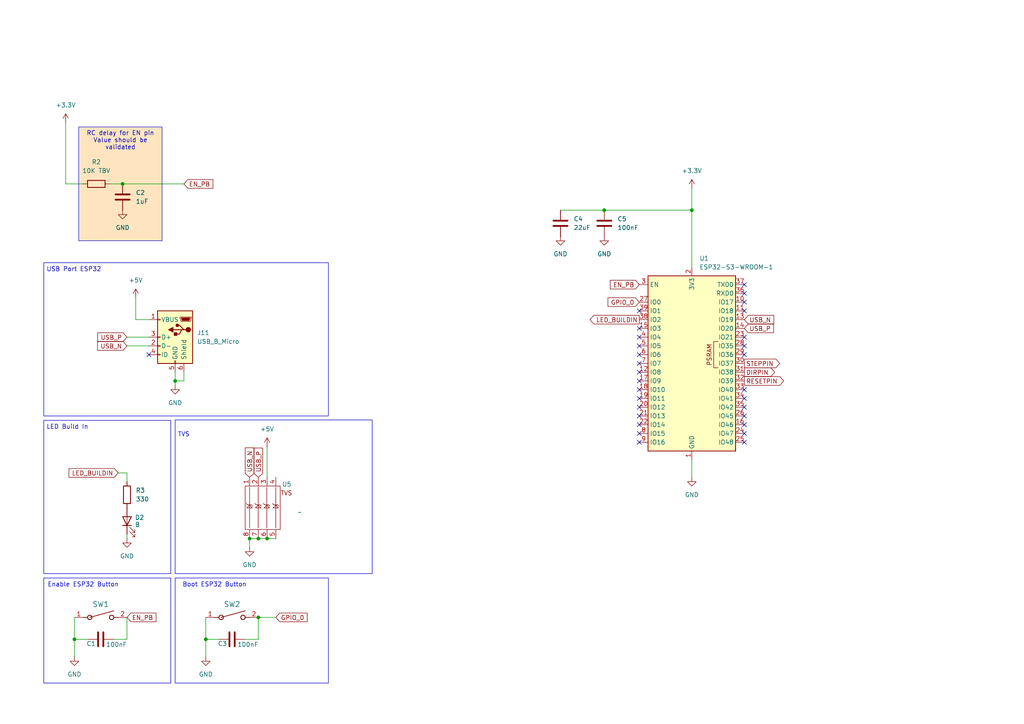
<source format=kicad_sch>
(kicad_sch (version 20231120) (generator "eeschema") (generator_version "8.0")
  (paper "A4")
  (lib_symbols
    (symbol "Connector:USB_B_Micro" (pin_names (offset 1.016))
      (property "Reference" "J" (at -5.08 11.43 0))
      (property "Value" "USB_B_Micro" (at -5.08 8.89 0))
      (symbol "USB_B_Micro_0_1"
        (rectangle (start -5.08 -7.62) (end 5.08 7.62) (stroke (width 0.254)) (fill (type background)))
        (circle (center -3.81 2.159) (radius 0.635) (stroke (width 0.254)) (fill (type outline)))
        (circle (center -0.635 3.429) (radius 0.381) (stroke (width 0.254)) (fill (type outline)))
        (rectangle (start -0.127 -7.62) (end 0.127 -6.858))
        (polyline (pts (xy -1.905 2.159) (xy 0.635 2.159)) (stroke (width 0.254)))
        (polyline (pts (xy -3.175 2.159) (xy -2.54 2.159) (xy -1.27 3.429) (xy -0.635 3.429)) (stroke (width 0.254)))
        (polyline (pts (xy -2.54 2.159) (xy -1.905 2.159) (xy -1.27 0.889) (xy 0 0.889)) (stroke (width 0.254)))
        (polyline (pts (xy 0.635 2.794) (xy 0.635 1.524) (xy 1.905 2.159) (xy 0.635 2.794)) (stroke (width 0.254)) (fill (type outline)))
        (polyline (pts (xy -4.318 5.588) (xy -1.778 5.588) (xy -2.032 4.826) (xy -4.064 4.826) (xy -4.318 5.588)) (fill (type outline)))
        (polyline (pts (xy -4.699 5.842) (xy -4.699 5.588) (xy -4.445 4.826) (xy -4.445 4.572) (xy -1.651 4.572) (xy -1.651 4.826) (xy -1.397 5.588) (xy -1.397 5.842) (xy -4.699 5.842)))
        (rectangle (start 0.254 1.27) (end -0.508 0.508) (stroke (width 0.254)) (fill (type outline)))
        (rectangle (start 5.08 -5.207) (end 4.318 -4.953))
        (rectangle (start 5.08 -2.667) (end 4.318 -2.413))
        (rectangle (start 5.08 -0.127) (end 4.318 0.127))
        (rectangle (start 5.08 4.953) (end 4.318 5.207))
      )
      (symbol "USB_B_Micro_1_1"
        (pin power_out line (at 7.62 5.08 180) (length 2.54) (name "VBUS") (number "1"))
        (pin bidirectional line (at 7.62 -2.54 180) (length 2.54) (name "D-") (number "2"))
        (pin bidirectional line (at 7.62 0 180) (length 2.54) (name "D+") (number "3"))
        (pin passive line (at 7.62 -5.08 180) (length 2.54) (name "ID") (number "4"))
        (pin power_out line (at 0 -10.16 90) (length 2.54) (name "GND") (number "5"))
        (pin passive line (at -2.54 -10.16 90) (length 2.54) (name "Shield") (number "6"))
      )
    )
    (symbol "Device:C" (pin_numbers hide) (pin_names (offset 0.254))
      (property "Reference" "C" (at 0.635 2.54 0))
      (property "Value" "C" (at 0.635 -2.54 0))
      (symbol "C_0_1"
        (polyline (pts (xy -2.032 -0.762) (xy 2.032 -0.762)) (stroke (width 0.508)))
        (polyline (pts (xy -2.032 0.762) (xy 2.032 0.762)) (stroke (width 0.508)))
      )
      (symbol "C_1_1"
        (pin passive line (at 0 3.81 270) (length 2.794) (name "~") (number "1"))
        (pin passive line (at 0 -3.81 90) (length 2.794) (name "~") (number "2"))
      )
    )
    (symbol "Device:LED" (pin_numbers hide) (pin_names (offset 1.016) hide)
      (property "Reference" "D" (at 0 2.54 0))
      (property "Value" "LED" (at 0 -2.54 0))
      (symbol "LED_0_1"
        (polyline (pts (xy -1.27 -1.27) (xy -1.27 1.27)) (stroke (width 0.254)))
        (polyline (pts (xy -1.27 0) (xy 1.27 0)))
        (polyline (pts (xy 1.27 -1.27) (xy 1.27 1.27) (xy -1.27 0) (xy 1.27 -1.27)) (stroke (width 0.254)))
        (polyline (pts (xy -3.048 -0.762) (xy -4.572 -2.286) (xy -3.81 -2.286) (xy -4.572 -2.286) (xy -4.572 -1.524)))
        (polyline (pts (xy -1.778 -0.762) (xy -3.302 -2.286) (xy -2.54 -2.286) (xy -3.302 -2.286) (xy -3.302 -1.524)))
      )
      (symbol "LED_1_1"
        (pin passive line (at -3.81 0 0) (length 2.54) (name "K") (number "1"))
        (pin passive line (at 3.81 0 180) (length 2.54) (name "A") (number "2"))
      )
    )
    (symbol "Device:R" (pin_numbers hide) (pin_names (offset 0))
      (property "Reference" "R" (at 2.032 0 90))
      (property "Value" "R" (at 0 0 90))
      (symbol "R_0_1"
        (rectangle (start -1.016 -2.54) (end 1.016 2.54) (stroke (width 0.254)))
      )
      (symbol "R_1_1"
        (pin passive line (at 0 3.81 270) (length 1.27) (name "~") (number "1"))
        (pin passive line (at 0 -3.81 90) (length 1.27) (name "~") (number "2"))
      )
    )
    (symbol "New_Library:TVS"
      (property "Reference" "U" (at 1.27 0 0))
      (symbol "TVS_0_1"
        (rectangle (start -10.17 0) (end -0.01 -12.61))
      )
      (symbol "TVS_1_1"
        (polyline (pts (xy -8.89 -0.34) (xy -8.89 -12.14)))
        (polyline (pts (xy -6.39 -0.34) (xy -6.39 -12.14)))
        (polyline (pts (xy -3.89 -0.34) (xy -3.89 -12.14)))
        (polyline (pts (xy -1.29 -0.34) (xy -1.29 -12.14)))
        (polyline (pts (xy -9.89 -5.04) (xy -9.49 -5.44) (xy -8.39 -5.44) (xy -7.99 -5.84)))
        (polyline (pts (xy -9.69 -6.34) (xy -8.09 -6.34) (xy -8.89 -5.54) (xy -9.69 -6.34)))
        (polyline (pts (xy -7.39 -5.04) (xy -6.99 -5.44) (xy -5.89 -5.44) (xy -5.49 -5.84)))
        (polyline (pts (xy -7.19 -6.34) (xy -5.59 -6.34) (xy -6.39 -5.54) (xy -7.19 -6.34)))
        (polyline (pts (xy -4.89 -5.04) (xy -4.49 -5.44) (xy -3.39 -5.44) (xy -2.99 -5.84)))
        (polyline (pts (xy -4.69 -6.34) (xy -3.09 -6.34) (xy -3.89 -5.54) (xy -4.69 -6.34)))
        (polyline (pts (xy -2.29 -5.04) (xy -1.89 -5.44) (xy -0.79 -5.44) (xy -0.39 -5.84)))
        (polyline (pts (xy -2.09 -6.34) (xy -0.49 -6.34) (xy -1.29 -5.54) (xy -2.09 -6.34)))
        (text "TVS\n" (at 1.778 -2.032 0) (effects (font (size 1.27 1.27))))
        (pin unspecified line (at -8.89 2.54 270) (length 2.54) (name "") (number "1"))
        (pin unspecified line (at -6.35 2.54 270) (length 2.54) (name "") (number "2"))
        (pin unspecified line (at -3.81 2.54 270) (length 2.54) (name "") (number "3"))
        (pin unspecified line (at -1.27 2.54 270) (length 2.54) (name "") (number "4"))
        (pin unspecified line (at -1.27 -15.24 90) (length 2.54) (name "") (number "5"))
        (pin unspecified line (at -3.81 -15.24 90) (length 2.54) (name "") (number "6"))
        (pin unspecified line (at -6.35 -15.24 90) (length 2.54) (name "") (number "7"))
        (pin unspecified line (at -8.89 -15.24 90) (length 2.54) (name "") (number "8"))
      )
    )
    (symbol "RF_Module:ESP32-S3-WROOM-1"
      (property "Reference" "U" (at -12.7 26.67 0))
      (property "Value" "ESP32-S3-WROOM-1" (at 12.7 26.67 0))
      (symbol "ESP32-S3-WROOM-1_0_0"
        (rectangle (start -12.7 25.4) (end 12.7 -25.4) (stroke (width 0.254)) (fill (type background)))
        (text "PSRAM" (at 5.08 2.54 900) (effects (font (size 1.27 1.27))))
      )
      (symbol "ESP32-S3-WROOM-1_0_1"
        (polyline (pts (xy 7.62 -1.27) (xy 6.35 -1.27) (xy 6.35 6.35) (xy 7.62 6.35)))
      )
      (symbol "ESP32-S3-WROOM-1_1_1"
        (pin power_in line (at 0 -27.94 90) (length 2.54) (name "GND") (number "1"))
        (pin bidirectional line (at 15.24 17.78 180) (length 2.54) (name "IO17") (number "10"))
        (pin bidirectional line (at 15.24 15.24 180) (length 2.54) (name "IO18") (number "11"))
        (pin bidirectional line (at -15.24 -2.54 0) (length 2.54) (name "IO8") (number "12"))
        (pin bidirectional line (at 15.24 12.7 180) (length 2.54) (name "IO19") (number "13"))
        (pin bidirectional line (at 15.24 10.16 180) (length 2.54) (name "IO20") (number "14"))
        (pin bidirectional line (at -15.24 10.16 0) (length 2.54) (name "IO3") (number "15"))
        (pin bidirectional line (at 15.24 -17.78 180) (length 2.54) (name "IO46") (number "16"))
        (pin bidirectional line (at -15.24 -5.08 0) (length 2.54) (name "IO9") (number "17"))
        (pin bidirectional line (at -15.24 -7.62 0) (length 2.54) (name "IO10") (number "18"))
        (pin bidirectional line (at -15.24 -10.16 0) (length 2.54) (name "IO11") (number "19"))
        (pin power_in line (at 0 27.94 270) (length 2.54) (name "3V3") (number "2"))
        (pin bidirectional line (at -15.24 -12.7 0) (length 2.54) (name "IO12") (number "20"))
        (pin bidirectional line (at -15.24 -15.24 0) (length 2.54) (name "IO13") (number "21"))
        (pin bidirectional line (at -15.24 -17.78 0) (length 2.54) (name "IO14") (number "22"))
        (pin bidirectional line (at 15.24 7.62 180) (length 2.54) (name "IO21") (number "23"))
        (pin bidirectional line (at 15.24 -20.32 180) (length 2.54) (name "IO47") (number "24"))
        (pin bidirectional line (at 15.24 -22.86 180) (length 2.54) (name "IO48") (number "25"))
        (pin bidirectional line (at 15.24 -15.24 180) (length 2.54) (name "IO45") (number "26"))
        (pin bidirectional line (at -15.24 17.78 0) (length 2.54) (name "IO0") (number "27"))
        (pin bidirectional line (at 15.24 5.08 180) (length 2.54) (name "IO35") (number "28"))
        (pin bidirectional line (at 15.24 2.54 180) (length 2.54) (name "IO36") (number "29"))
        (pin input line (at -15.24 22.86 0) (length 2.54) (name "EN") (number "3"))
        (pin bidirectional line (at 15.24 0 180) (length 2.54) (name "IO37") (number "30"))
        (pin bidirectional line (at 15.24 -2.54 180) (length 2.54) (name "IO38") (number "31"))
        (pin bidirectional line (at 15.24 -5.08 180) (length 2.54) (name "IO39") (number "32"))
        (pin bidirectional line (at 15.24 -7.62 180) (length 2.54) (name "IO40") (number "33"))
        (pin bidirectional line (at 15.24 -10.16 180) (length 2.54) (name "IO41") (number "34"))
        (pin bidirectional line (at 15.24 -12.7 180) (length 2.54) (name "IO42") (number "35"))
        (pin bidirectional line (at 15.24 20.32 180) (length 2.54) (name "RXD0") (number "36"))
        (pin bidirectional line (at 15.24 22.86 180) (length 2.54) (name "TXD0") (number "37"))
        (pin bidirectional line (at -15.24 12.7 0) (length 2.54) (name "IO2") (number "38"))
        (pin bidirectional line (at -15.24 15.24 0) (length 2.54) (name "IO1") (number "39"))
        (pin bidirectional line (at -15.24 7.62 0) (length 2.54) (name "IO4") (number "4"))
        (pin passive line (at 0 -27.94 90) (length 2.54) hide (name "GND") (number "40"))
        (pin passive line (at 0 -27.94 90) (length 2.54) hide (name "GND") (number "41"))
        (pin bidirectional line (at -15.24 5.08 0) (length 2.54) (name "IO5") (number "5"))
        (pin bidirectional line (at -15.24 2.54 0) (length 2.54) (name "IO6") (number "6"))
        (pin bidirectional line (at -15.24 0 0) (length 2.54) (name "IO7") (number "7"))
        (pin bidirectional line (at -15.24 -20.32 0) (length 2.54) (name "IO15") (number "8"))
        (pin bidirectional line (at -15.24 -22.86 0) (length 2.54) (name "IO16") (number "9"))
      )
    )
    (symbol "TS09_63_25_WT_160_SMT_TR:TS09-63-25-WT-160-SMT-TR" (pin_names (offset 0.254))
      (property "Reference" "SW" (at 7.62 3.81 0))
      (symbol "TS09-63-25-WT-160-SMT-TR_0_1"
        (polyline (pts (xy 2.54 0) (xy 3.81 0)) (stroke (width 0.2032)))
        (polyline (pts (xy 4.445 0) (xy 11.43 1.905)) (stroke (width 0.2032)))
        (polyline (pts (xy 12.7 0) (xy 11.43 0)) (stroke (width 0.2032)))
        (circle (center 4.445 0) (radius 0.635) (stroke (width 0.254)))
        (circle (center 10.795 0) (radius 0.635) (stroke (width 0.254)))
      )
      (symbol "TS09-63-25-WT-160-SMT-TR_1_1"
        (pin unspecified line (at 0 0 0) (length 2.54) (name "") (number "1"))
        (pin unspecified line (at 15.24 0 180) (length 2.54) (name "") (number "2"))
      )
    )
    (symbol "power:+3.3V" (power) (pin_numbers hide) (pin_names (offset 0) hide)
      (property "Value" "+3.3V" (at 0 3.556 0))
      (symbol "+3.3V_0_1"
        (polyline (pts (xy -0.762 1.27) (xy 0 2.54)))
        (polyline (pts (xy 0 0) (xy 0 2.54)))
        (polyline (pts (xy 0 2.54) (xy 0.762 1.27)))
      )
      (symbol "+3.3V_1_1"
        (pin power_in line (at 0 0 90) (length 0) (name "~") (number "1"))
      )
    )
    (symbol "power:+5V" (power) (pin_numbers hide) (pin_names (offset 0) hide)
      (property "Value" "+5V" (at 0 3.556 0))
      (symbol "+5V_0_1"
        (polyline (pts (xy -0.762 1.27) (xy 0 2.54)))
        (polyline (pts (xy 0 0) (xy 0 2.54)))
        (polyline (pts (xy 0 2.54) (xy 0.762 1.27)))
      )
      (symbol "+5V_1_1"
        (pin power_in line (at 0 0 90) (length 0) (name "~") (number "1"))
      )
    )
    (symbol "power:GND" (power) (pin_numbers hide) (pin_names (offset 0) hide)
      (property "Value" "GND" (at 0 -3.81 0))
      (symbol "GND_0_1"
        (polyline (pts (xy 0 0) (xy 0 -1.27) (xy 1.27 -1.27) (xy 0 -2.54) (xy -1.27 -1.27) (xy 0 -1.27)))
      )
      (symbol "GND_1_1"
        (pin power_in line (at 0 0 270) (length 0) (name "~") (number "1"))
      )
    )
  )
  (junction (at 72.39 156.21))
  (junction (at 50.8 110.49))
  (junction (at 21.59 185.42))
  (junction (at 35.56 53.34))
  (junction (at 74.93 156.21))
  (junction (at 175.26 60.96))
  (junction (at 77.47 156.21))
  (junction (at 59.69 185.42))
  (junction (at 200.66 60.96))
  (junction (at 74.93 179.07))
  (no_connect (at 185.42 123.19))
  (no_connect (at 185.42 102.87))
  (no_connect (at 185.42 120.65))
  (no_connect (at 185.42 105.41))
  (no_connect (at 215.9 118.11))
  (no_connect (at 185.42 110.49))
  (no_connect (at 215.9 100.33))
  (no_connect (at 215.9 125.73))
  (no_connect (at 185.42 113.03))
  (no_connect (at 215.9 90.17))
  (no_connect (at 185.42 125.73))
  (no_connect (at 185.42 95.25))
  (no_connect (at 215.9 115.57))
  (no_connect (at 215.9 102.87))
  (no_connect (at 215.9 87.63))
  (no_connect (at 185.42 128.27))
  (no_connect (at 215.9 97.79))
  (no_connect (at 185.42 100.33))
  (no_connect (at 185.42 107.95))
  (no_connect (at 215.9 120.65))
  (no_connect (at 215.9 123.19))
  (no_connect (at 185.42 97.79))
  (no_connect (at 215.9 113.03))
  (no_connect (at 185.42 115.57))
  (no_connect (at 215.9 128.27))
  (no_connect (at 185.42 90.17))
  (no_connect (at 185.42 118.11))
  (no_connect (at 43.18 102.87))
  (no_connect (at 215.9 85.09))
  (no_connect (at 215.9 82.55))
  (wire (pts (xy 19.05 53.34) (xy 24.13 53.34)))
  (wire (pts (xy 59.69 185.42) (xy 59.69 179.07)))
  (wire (pts (xy 77.47 129.54) (xy 77.47 138.43)))
  (wire (pts (xy 36.83 100.33) (xy 43.18 100.33)))
  (wire (pts (xy 36.83 154.94) (xy 36.83 156.21)))
  (wire (pts (xy 72.39 156.21) (xy 72.39 158.75)))
  (wire (pts (xy 21.59 185.42) (xy 25.4 185.42)))
  (wire (pts (xy 200.66 54.61) (xy 200.66 60.96)))
  (wire (pts (xy 31.75 53.34) (xy 35.56 53.34)))
  (wire (pts (xy 35.56 53.34) (xy 53.34 53.34)))
  (wire (pts (xy 36.83 185.42) (xy 36.83 179.07)))
  (wire (pts (xy 80.01 179.07) (xy 74.93 179.07)))
  (wire (pts (xy 53.34 110.49) (xy 50.8 110.49)))
  (wire (pts (xy 50.8 107.95) (xy 50.8 110.49)))
  (wire (pts (xy 74.93 185.42) (xy 74.93 179.07)))
  (wire (pts (xy 77.47 156.21) (xy 80.01 156.21)))
  (wire (pts (xy 63.5 185.42) (xy 59.69 185.42)))
  (wire (pts (xy 21.59 179.07) (xy 21.59 185.42)))
  (wire (pts (xy 72.39 156.21) (xy 74.93 156.21)))
  (wire (pts (xy 200.66 60.96) (xy 200.66 77.47)))
  (wire (pts (xy 200.66 133.35) (xy 200.66 138.43)))
  (wire (pts (xy 59.69 190.5) (xy 59.69 185.42)))
  (wire (pts (xy 162.56 60.96) (xy 175.26 60.96)))
  (wire (pts (xy 34.29 137.16) (xy 36.83 137.16)))
  (wire (pts (xy 39.37 92.71) (xy 43.18 92.71)))
  (wire (pts (xy 74.93 156.21) (xy 77.47 156.21)))
  (wire (pts (xy 71.12 185.42) (xy 74.93 185.42)))
  (wire (pts (xy 53.34 107.95) (xy 53.34 110.49)))
  (wire (pts (xy 39.37 86.36) (xy 39.37 92.71)))
  (wire (pts (xy 50.8 110.49) (xy 50.8 111.76)))
  (wire (pts (xy 175.26 60.96) (xy 200.66 60.96)))
  (wire (pts (xy 19.05 35.56) (xy 19.05 53.34)))
  (wire (pts (xy 21.59 190.5) (xy 21.59 185.42)))
  (wire (pts (xy 33.02 185.42) (xy 36.83 185.42)))
  (wire (pts (xy 36.83 137.16) (xy 36.83 139.7)))
  (wire (pts (xy 36.83 97.79) (xy 43.18 97.79)))
  (rectangle (start 12.7 167.64) (end 49.53 198.12))
  (rectangle (start 12.7 76.2) (end 95.25 120.65))
  (rectangle (start 50.8 167.64) (end 95.25 198.12))
  (rectangle (start 12.7 121.92) (end 49.53 166.37))
  (rectangle (start 50.8 121.8) (end 107.95 166.37))
  (text_box "RC delay for EN pin\nValue should be validated" (at 22.86 36.83 0) (size 24.13 33.02) (fill (type color) (color 255 229 191 1)) (effects (font (size 1.27 1.27)) (justify top)))
  (text "TVS\n" (at 51.562 126.118 0) (effects (font (size 1.27 1.27)) (justify left)))
  (text "Enable ESP32 Button" (at 24.13 169.672 0) (effects (font (size 1.27 1.27))))
  (text "LED Build In" (at 13.462 123.952 0) (effects (font (size 1.27 1.27)) (justify left)))
  (text "Boot ESP32 Button" (at 62.23 169.672 0) (effects (font (size 1.27 1.27))))
  (text "USB Port ESP32" (at 13.462 78.232 0) (effects (font (size 1.27 1.27)) (justify left)))
  (global_label "GPIO_0" (shape input) (at 80.01 179.07 0) (property "Intersheetrefs" "${INTERSHEET_REFS}" (effects (hide yes))))
  (global_label "LED_BUILDIN" (shape input) (at 34.29 137.16 180) (property "Intersheetrefs" "${INTERSHEET_REFS}" (effects (hide yes))))
  (global_label "EN_PB" (shape input) (at 185.42 82.55 180) (property "Intersheetrefs" "${INTERSHEET_REFS}" (effects (hide yes))))
  (global_label "DIRPIN" (shape output) (at 215.9 107.95 0) (property "Intersheetrefs" "${INTERSHEET_REFS}" (effects (hide yes))))
  (global_label "USB_N" (shape input) (at 72.39 138.43 90) (property "Intersheetrefs" "${INTERSHEET_REFS}" (effects (hide yes))))
  (global_label "USB_P" (shape input) (at 215.9 95.25 0) (property "Intersheetrefs" "${INTERSHEET_REFS}" (effects (hide yes))))
  (global_label "RESETPIN" (shape output) (at 215.9 110.49 0) (property "Intersheetrefs" "${INTERSHEET_REFS}" (effects (hide yes))))
  (global_label "GPIO_0" (shape input) (at 185.42 87.63 180) (property "Intersheetrefs" "${INTERSHEET_REFS}" (effects (hide yes))))
  (global_label "USB_N" (shape input) (at 215.9 92.71 0) (property "Intersheetrefs" "${INTERSHEET_REFS}" (effects (hide yes))))
  (global_label "STEPPIN" (shape output) (at 215.9 105.41 0) (property "Intersheetrefs" "${INTERSHEET_REFS}" (effects (hide yes))))
  (global_label "LED_BUILDIN" (shape output) (at 185.42 92.71 180) (property "Intersheetrefs" "${INTERSHEET_REFS}" (effects (hide yes))))
  (global_label "USB_N" (shape input) (at 36.83 100.33 180) (property "Intersheetrefs" "${INTERSHEET_REFS}" (effects (hide yes))))
  (global_label "EN_PB" (shape input) (at 53.34 53.34 0) (property "Intersheetrefs" "${INTERSHEET_REFS}" (effects (hide yes))))
  (global_label "EN_PB" (shape input) (at 36.83 179.07 0) (property "Intersheetrefs" "${INTERSHEET_REFS}" (effects (hide yes))))
  (global_label "USB_P" (shape input) (at 36.83 97.79 180) (property "Intersheetrefs" "${INTERSHEET_REFS}" (effects (hide yes))))
  (global_label "USB_P" (shape input) (at 74.93 138.43 90) (property "Intersheetrefs" "${INTERSHEET_REFS}" (effects (hide yes))))
  (symbol (lib_id "Device:R") (at 36.83 143.51 180) (unit 1)
    (property "Reference" "R3" (at 39.37 142.2399 0) (effects (justify right)))
    (property "Value" "330" (at 39.37 144.7799 0) (effects (justify right)))
    (property "Footprint" "Resistor_SMD:R_0805_2012Metric_Pad1.20x1.40mm_HandSolder" (effects (hide yes)))
    (property "Description" "Resistor" (effects (hide yes)))
  )
  (symbol (lib_id "New_Library:TVS") (at 81.28 140.97 0) (unit 1)
    (property "Reference" "U5" (at 81.788 140.462 0) (effects (justify left)))
    (property "Value" "~" (at 86.36 148.59 0) (effects (justify left)))
    (property "Footprint" "Package_SO:SO-8_3.9x4.9mm_P1.27mm" (effects (hide yes)))
  )
  (symbol (lib_id "power:GND") (at 35.56 60.96 0) (unit 1)
    (property "Reference" "#PWR019" (effects (hide yes)))
    (property "Value" "GND" (at 35.56 66.04 0))
    (property "Description" "Power symbol creates a global label with name \"GND\" , ground" (effects (hide yes)))
  )
  (symbol (lib_id "power:GND") (at 50.8 111.76 0) (unit 1)
    (property "Reference" "#PWR028" (effects (hide yes)))
    (property "Value" "GND" (at 50.8 116.84 0))
    (property "Description" "Power symbol creates a global label with name \"GND\" , ground" (effects (hide yes)))
  )
  (symbol (lib_id "power:+3.3V") (at 19.05 35.56 0) (unit 1)
    (property "Reference" "#PWR017" (effects (hide yes)))
    (property "Value" "+3.3V" (at 19.05 30.48 0))
    (property "Description" "Power symbol creates a global label with name \"+3.3V\"" (effects (hide yes)))
  )
  (symbol (lib_id "TS09_63_25_WT_160_SMT_TR:TS09-63-25-WT-160-SMT-TR") (at 59.69 179.07 0) (unit 1)
    (property "Reference" "SW2" (at 67.31 175.26 0) (effects (font (size 1.524 1.524))))
    (property "Value" "TS09-63-25-WT-160-SMT-TR" (effects (hide yes)))
    (property "Footprint" "Button_Switch_SMD:SW_DIP_SPSTx01_Slide_6.7x4.1mm_W8.61mm_P2.54mm_LowProfile" (effects (hide yes)))
    (property "Datasheet" "TS09-63-25-WT-160-SMT-TR" (effects (hide yes)))
  )
  (symbol (lib_id "Connector:USB_B_Micro") (at 50.8 97.79 0) (mirror y) (unit 1)
    (property "Reference" "J11" (at 57.15 96.5199 0) (effects (justify right)))
    (property "Value" "USB_B_Micro" (at 57.15 99.0599 0) (effects (justify right)))
    (property "Footprint" "Connector_USB:USB_Micro-B_Amphenol_10118194_Horizontal" (effects (hide yes)))
    (property "Description" "USB Micro Type B connector" (effects (hide yes)))
  )
  (symbol (lib_id "TS09_63_25_WT_160_SMT_TR:TS09-63-25-WT-160-SMT-TR") (at 21.59 179.07 0) (unit 1)
    (property "Reference" "SW1" (at 29.21 175.26 0) (effects (font (size 1.524 1.524))))
    (property "Value" "TS09-63-25-WT-160-SMT-TR" (effects (hide yes)))
    (property "Footprint" "Button_Switch_SMD:SW_DIP_SPSTx01_Slide_6.7x4.1mm_W8.61mm_P2.54mm_LowProfile" (effects (hide yes)))
    (property "Datasheet" "TS09-63-25-WT-160-SMT-TR" (effects (hide yes)))
  )
  (symbol (lib_id "Device:R") (at 27.94 53.34 90) (unit 1)
    (property "Reference" "R2" (at 27.94 46.99 90))
    (property "Value" "10K TBV" (at 27.94 49.53 90))
    (property "Footprint" "Resistor_SMD:R_0805_2012Metric_Pad1.20x1.40mm_HandSolder" (effects (hide yes)))
    (property "Description" "Resistor" (effects (hide yes)))
  )
  (symbol (lib_id "power:GND") (at 59.69 190.5 0) (unit 1)
    (property "Reference" "#PWR020" (effects (hide yes)))
    (property "Value" "GND" (at 59.69 195.58 0))
    (property "Description" "Power symbol creates a global label with name \"GND\" , ground" (effects (hide yes)))
  )
  (symbol (lib_id "power:GND") (at 21.59 190.5 0) (unit 1)
    (property "Reference" "#PWR016" (effects (hide yes)))
    (property "Value" "GND" (at 21.59 195.58 0))
    (property "Description" "Power symbol creates a global label with name \"GND\" , ground" (effects (hide yes)))
  )
  (symbol (lib_id "power:+5V") (at 39.37 86.36 0) (unit 1)
    (property "Reference" "#PWR027" (effects (hide yes)))
    (property "Value" "+5V" (at 39.37 81.28 0))
    (property "Description" "Power symbol creates a global label with name \"+5V\"" (effects (hide yes)))
  )
  (symbol (lib_id "Device:C") (at 29.21 185.42 90) (unit 1)
    (property "Reference" "C1" (at 26.416 186.69 90))
    (property "Value" "100nF" (at 33.782 186.944 90))
    (property "Footprint" "Capacitor_SMD:C_0805_2012Metric_Pad1.18x1.45mm_HandSolder" (effects (hide yes)))
    (property "Description" "Unpolarized capacitor" (effects (hide yes)))
  )
  (symbol (lib_id "power:+5V") (at 77.47 129.54 0) (unit 1)
    (property "Reference" "#PWR023" (effects (hide yes)))
    (property "Value" "+5V" (at 77.47 124.46 0))
    (property "Description" "Power symbol creates a global label with name \"+5V\"" (effects (hide yes)))
  )
  (symbol (lib_id "power:GND") (at 36.83 156.21 0) (unit 1)
    (property "Reference" "#PWR018" (effects (hide yes)))
    (property "Value" "GND" (at 36.83 161.29 0))
    (property "Description" "Power symbol creates a global label with name \"GND\" , ground" (effects (hide yes)))
  )
  (symbol (lib_id "power:GND") (at 175.26 68.58 0) (unit 1)
    (property "Reference" "#PWR022" (effects (hide yes)))
    (property "Value" "GND" (at 175.26 73.66 0))
    (property "Description" "Power symbol creates a global label with name \"GND\" , ground" (effects (hide yes)))
  )
  (symbol (lib_id "Device:C") (at 35.56 57.15 0) (unit 1)
    (property "Reference" "C2" (at 39.37 55.8799 0) (effects (justify left)))
    (property "Value" "1uF" (at 39.37 58.4199 0) (effects (justify left)))
    (property "Footprint" "Capacitor_SMD:C_0805_2012Metric_Pad1.18x1.45mm_HandSolder" (effects (hide yes)))
    (property "Description" "Unpolarized capacitor" (effects (hide yes)))
  )
  (symbol (lib_id "Device:C") (at 175.26 64.77 0) (unit 1)
    (property "Reference" "C5" (at 179.07 63.4999 0) (effects (justify left)))
    (property "Value" "100nF" (at 179.07 66.0399 0) (effects (justify left)))
    (property "Footprint" "Capacitor_SMD:C_0805_2012Metric_Pad1.18x1.45mm_HandSolder" (effects (hide yes)))
    (property "Description" "Unpolarized capacitor" (effects (hide yes)))
  )
  (symbol (lib_id "power:GND") (at 162.56 68.58 0) (unit 1)
    (property "Reference" "#PWR021" (effects (hide yes)))
    (property "Value" "GND" (at 162.56 73.66 0))
    (property "Description" "Power symbol creates a global label with name \"GND\" , ground" (effects (hide yes)))
  )
  (symbol (lib_id "Device:LED") (at 36.83 151.13 90) (unit 1)
    (property "Reference" "D2" (at 39.116 150.114 90) (effects (justify right)))
    (property "Value" "B" (at 39.116 152.146 90) (effects (justify right)))
    (property "Footprint" "LED_SMD:LED_0805_2012Metric_Pad1.15x1.40mm_HandSolder" (effects (hide yes)))
    (property "Datasheet" "https://www.we-online.com/components/products/datasheet/150080SS75000.pdf" (effects (hide yes)))
    (property "Description" "Light emitting diode | 150080SS75000" (effects (hide yes)))
  )
  (symbol (lib_id "RF_Module:ESP32-S3-WROOM-1") (at 200.66 105.41 0) (unit 1)
    (property "Reference" "U1" (at 202.8541 74.93 0) (effects (justify left)))
    (property "Value" "ESP32-S3-WROOM-1" (at 202.8541 77.47 0) (effects (justify left)))
    (property "Footprint" "RF_Module:ESP32-S3-WROOM-1" (effects (hide yes)))
    (property "Datasheet" "https://www.espressif.com/sites/default/files/documentation/esp32-s3-wroom-1_wroom-1u_datasheet_en.pdf" (effects (hide yes)))
    (property "Description" "RF Module, ESP32-S3 SoC, Wi-Fi 802.11b/g/n, Bluetooth, BLE, 32-bit, 3.3V, onboard antenna, SMD" (effects (hide yes)))
  )
  (symbol (lib_id "Device:C") (at 67.31 185.42 90) (unit 1)
    (property "Reference" "C3" (at 64.516 186.69 90))
    (property "Value" "100nF" (at 71.882 186.944 90))
    (property "Footprint" "Capacitor_SMD:C_0805_2012Metric_Pad1.18x1.45mm_HandSolder" (effects (hide yes)))
    (property "Description" "Unpolarized capacitor" (effects (hide yes)))
  )
  (symbol (lib_id "power:+3.3V") (at 200.66 54.61 0) (unit 1)
    (property "Reference" "#PWR025" (effects (hide yes)))
    (property "Value" "+3.3V" (at 200.66 49.53 0))
    (property "Description" "Power symbol creates a global label with name \"+3.3V\"" (effects (hide yes)))
  )
  (symbol (lib_id "Device:C") (at 162.56 64.77 0) (unit 1)
    (property "Reference" "C4" (at 166.37 63.4999 0) (effects (justify left)))
    (property "Value" "22uF" (at 166.37 66.0399 0) (effects (justify left)))
    (property "Footprint" "Capacitor_SMD:C_0805_2012Metric_Pad1.18x1.45mm_HandSolder" (effects (hide yes)))
    (property "Description" "Unpolarized capacitor" (effects (hide yes)))
  )
  (symbol (lib_id "power:GND") (at 72.39 158.75 0) (unit 1)
    (property "Reference" "#PWR024" (effects (hide yes)))
    (property "Value" "GND" (at 72.39 163.83 0))
    (property "Description" "Power symbol creates a global label with name \"GND\" , ground" (effects (hide yes)))
  )
  (symbol (lib_id "power:GND") (at 200.66 138.43 0) (unit 1)
    (property "Reference" "#PWR026" (effects (hide yes)))
    (property "Value" "GND" (at 200.66 143.51 0))
    (property "Description" "Power symbol creates a global label with name \"GND\" , ground" (effects (hide yes)))
  )
)
</source>
